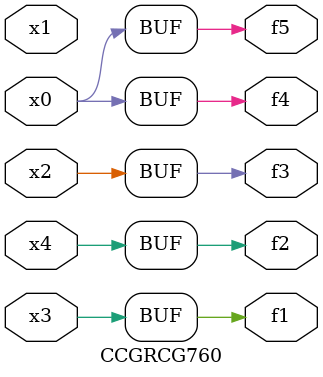
<source format=v>
module CCGRCG760(
	input x0, x1, x2, x3, x4,
	output f1, f2, f3, f4, f5
);
	assign f1 = x3;
	assign f2 = x4;
	assign f3 = x2;
	assign f4 = x0;
	assign f5 = x0;
endmodule

</source>
